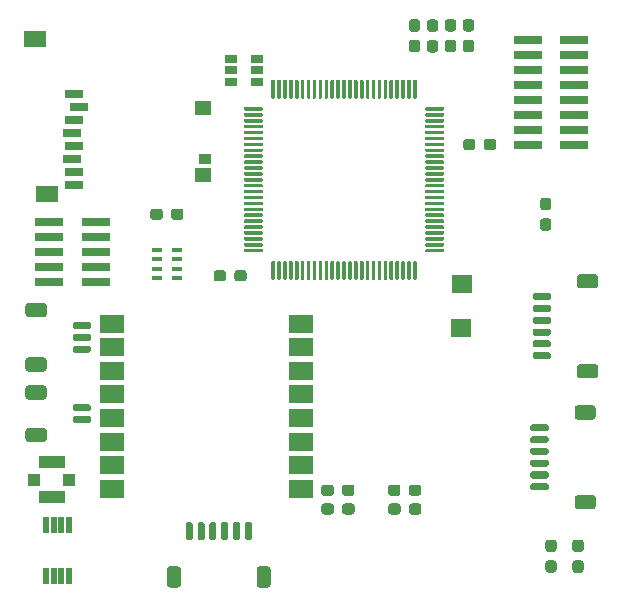
<source format=gbr>
%TF.GenerationSoftware,KiCad,Pcbnew,(5.1.6)-1*%
%TF.CreationDate,2020-12-16T03:56:45+01:00*%
%TF.ProjectId,CanSat,43616e53-6174-42e6-9b69-6361645f7063,V1.0*%
%TF.SameCoordinates,Original*%
%TF.FileFunction,Paste,Bot*%
%TF.FilePolarity,Positive*%
%FSLAX46Y46*%
G04 Gerber Fmt 4.6, Leading zero omitted, Abs format (unit mm)*
G04 Created by KiCad (PCBNEW (5.1.6)-1) date 2020-12-16 03:56:45*
%MOMM*%
%LPD*%
G01*
G04 APERTURE LIST*
%ADD10R,0.470000X1.420000*%
%ADD11R,0.900000X0.400000*%
%ADD12R,1.000000X1.000000*%
%ADD13R,2.200000X1.050000*%
%ADD14R,2.000000X1.500000*%
%ADD15R,1.500000X0.800000*%
%ADD16R,1.900000X1.400000*%
%ADD17R,1.400000X1.300000*%
%ADD18R,1.000000X0.950000*%
%ADD19R,2.400000X0.740000*%
%ADD20R,1.060000X0.650000*%
%ADD21R,1.800000X1.500000*%
G04 APERTURE END LIST*
D10*
%TO.C,U2*%
X187620000Y-78994000D03*
X188270000Y-78994000D03*
X188920000Y-78994000D03*
X189570000Y-78994000D03*
X189570000Y-83324000D03*
X188920000Y-83324000D03*
X188270000Y-83324000D03*
X187620000Y-83324000D03*
%TD*%
D11*
%TO.C,RN3*%
X197016000Y-58096000D03*
X197016000Y-57296000D03*
X197016000Y-56496000D03*
X197016000Y-55696000D03*
X198716000Y-58096000D03*
X198716000Y-55696000D03*
X198716000Y-57296000D03*
X198716000Y-56496000D03*
%TD*%
D12*
%TO.C,J9*%
X189587000Y-75184000D03*
X186587000Y-75184000D03*
D13*
X188087000Y-76659000D03*
X188087000Y-73709000D03*
%TD*%
D14*
%TO.C,U1*%
X193231500Y-75961000D03*
X193231500Y-73961000D03*
X193231500Y-71961000D03*
X193231500Y-69961000D03*
X193231500Y-67961000D03*
X193231500Y-65961000D03*
X193231500Y-63961000D03*
X193231500Y-61961000D03*
X209231500Y-61961000D03*
X209231500Y-63961000D03*
X209231500Y-65961000D03*
X209231500Y-67961000D03*
X209231500Y-69961000D03*
X209231500Y-71961000D03*
X209231500Y-73961000D03*
X209231500Y-75961000D03*
%TD*%
D15*
%TO.C,J14*%
X190015000Y-42510000D03*
X190415000Y-43610000D03*
X190015000Y-44710000D03*
X189815000Y-45810000D03*
X190015000Y-46910000D03*
X189815000Y-48010000D03*
X190015000Y-49110000D03*
D16*
X186725000Y-37850000D03*
D17*
X200875000Y-43700000D03*
D18*
X201075000Y-48010000D03*
D17*
X200875000Y-49400000D03*
D16*
X187725000Y-51000000D03*
D15*
X190015000Y-50210000D03*
%TD*%
%TO.C,C6*%
G36*
G01*
X202864000Y-57674500D02*
X202864000Y-58149500D01*
G75*
G02*
X202626500Y-58387000I-237500J0D01*
G01*
X202051500Y-58387000D01*
G75*
G02*
X201814000Y-58149500I0J237500D01*
G01*
X201814000Y-57674500D01*
G75*
G02*
X202051500Y-57437000I237500J0D01*
G01*
X202626500Y-57437000D01*
G75*
G02*
X202864000Y-57674500I0J-237500D01*
G01*
G37*
G36*
G01*
X204614000Y-57674500D02*
X204614000Y-58149500D01*
G75*
G02*
X204376500Y-58387000I-237500J0D01*
G01*
X203801500Y-58387000D01*
G75*
G02*
X203564000Y-58149500I0J237500D01*
G01*
X203564000Y-57674500D01*
G75*
G02*
X203801500Y-57437000I237500J0D01*
G01*
X204376500Y-57437000D01*
G75*
G02*
X204614000Y-57674500I0J-237500D01*
G01*
G37*
%TD*%
%TO.C,C12*%
G36*
G01*
X198202000Y-52942500D02*
X198202000Y-52467500D01*
G75*
G02*
X198439500Y-52230000I237500J0D01*
G01*
X199014500Y-52230000D01*
G75*
G02*
X199252000Y-52467500I0J-237500D01*
G01*
X199252000Y-52942500D01*
G75*
G02*
X199014500Y-53180000I-237500J0D01*
G01*
X198439500Y-53180000D01*
G75*
G02*
X198202000Y-52942500I0J237500D01*
G01*
G37*
G36*
G01*
X196452000Y-52942500D02*
X196452000Y-52467500D01*
G75*
G02*
X196689500Y-52230000I237500J0D01*
G01*
X197264500Y-52230000D01*
G75*
G02*
X197502000Y-52467500I0J-237500D01*
G01*
X197502000Y-52942500D01*
G75*
G02*
X197264500Y-53180000I-237500J0D01*
G01*
X196689500Y-53180000D01*
G75*
G02*
X196452000Y-52942500I0J237500D01*
G01*
G37*
%TD*%
%TO.C,D1*%
G36*
G01*
X219381500Y-75835500D02*
X219381500Y-76310500D01*
G75*
G02*
X219144000Y-76548000I-237500J0D01*
G01*
X218569000Y-76548000D01*
G75*
G02*
X218331500Y-76310500I0J237500D01*
G01*
X218331500Y-75835500D01*
G75*
G02*
X218569000Y-75598000I237500J0D01*
G01*
X219144000Y-75598000D01*
G75*
G02*
X219381500Y-75835500I0J-237500D01*
G01*
G37*
G36*
G01*
X217631500Y-75835500D02*
X217631500Y-76310500D01*
G75*
G02*
X217394000Y-76548000I-237500J0D01*
G01*
X216819000Y-76548000D01*
G75*
G02*
X216581500Y-76310500I0J237500D01*
G01*
X216581500Y-75835500D01*
G75*
G02*
X216819000Y-75598000I237500J0D01*
G01*
X217394000Y-75598000D01*
G75*
G02*
X217631500Y-75835500I0J-237500D01*
G01*
G37*
%TD*%
%TO.C,D2*%
G36*
G01*
X212680000Y-76310500D02*
X212680000Y-75835500D01*
G75*
G02*
X212917500Y-75598000I237500J0D01*
G01*
X213492500Y-75598000D01*
G75*
G02*
X213730000Y-75835500I0J-237500D01*
G01*
X213730000Y-76310500D01*
G75*
G02*
X213492500Y-76548000I-237500J0D01*
G01*
X212917500Y-76548000D01*
G75*
G02*
X212680000Y-76310500I0J237500D01*
G01*
G37*
G36*
G01*
X210930000Y-76310500D02*
X210930000Y-75835500D01*
G75*
G02*
X211167500Y-75598000I237500J0D01*
G01*
X211742500Y-75598000D01*
G75*
G02*
X211980000Y-75835500I0J-237500D01*
G01*
X211980000Y-76310500D01*
G75*
G02*
X211742500Y-76548000I-237500J0D01*
G01*
X211167500Y-76548000D01*
G75*
G02*
X210930000Y-76310500I0J237500D01*
G01*
G37*
%TD*%
%TO.C,D3*%
G36*
G01*
X219058500Y-37242000D02*
X218583500Y-37242000D01*
G75*
G02*
X218346000Y-37004500I0J237500D01*
G01*
X218346000Y-36429500D01*
G75*
G02*
X218583500Y-36192000I237500J0D01*
G01*
X219058500Y-36192000D01*
G75*
G02*
X219296000Y-36429500I0J-237500D01*
G01*
X219296000Y-37004500D01*
G75*
G02*
X219058500Y-37242000I-237500J0D01*
G01*
G37*
G36*
G01*
X219058500Y-38992000D02*
X218583500Y-38992000D01*
G75*
G02*
X218346000Y-38754500I0J237500D01*
G01*
X218346000Y-38179500D01*
G75*
G02*
X218583500Y-37942000I237500J0D01*
G01*
X219058500Y-37942000D01*
G75*
G02*
X219296000Y-38179500I0J-237500D01*
G01*
X219296000Y-38754500D01*
G75*
G02*
X219058500Y-38992000I-237500J0D01*
G01*
G37*
%TD*%
%TO.C,D4*%
G36*
G01*
X222106500Y-38978000D02*
X221631500Y-38978000D01*
G75*
G02*
X221394000Y-38740500I0J237500D01*
G01*
X221394000Y-38165500D01*
G75*
G02*
X221631500Y-37928000I237500J0D01*
G01*
X222106500Y-37928000D01*
G75*
G02*
X222344000Y-38165500I0J-237500D01*
G01*
X222344000Y-38740500D01*
G75*
G02*
X222106500Y-38978000I-237500J0D01*
G01*
G37*
G36*
G01*
X222106500Y-37228000D02*
X221631500Y-37228000D01*
G75*
G02*
X221394000Y-36990500I0J237500D01*
G01*
X221394000Y-36415500D01*
G75*
G02*
X221631500Y-36178000I237500J0D01*
G01*
X222106500Y-36178000D01*
G75*
G02*
X222344000Y-36415500I0J-237500D01*
G01*
X222344000Y-36990500D01*
G75*
G02*
X222106500Y-37228000I-237500J0D01*
G01*
G37*
%TD*%
D19*
%TO.C,J5*%
X232328000Y-37973000D03*
X228428000Y-37973000D03*
X232328000Y-39243000D03*
X228428000Y-39243000D03*
X232328000Y-40513000D03*
X228428000Y-40513000D03*
X232328000Y-41783000D03*
X228428000Y-41783000D03*
X232328000Y-43053000D03*
X228428000Y-43053000D03*
X232328000Y-44323000D03*
X228428000Y-44323000D03*
X232328000Y-45593000D03*
X228428000Y-45593000D03*
X232328000Y-46863000D03*
X228428000Y-46863000D03*
%TD*%
%TO.C,J13*%
X191815000Y-53340000D03*
X187915000Y-53340000D03*
X191815000Y-54610000D03*
X187915000Y-54610000D03*
X191815000Y-55880000D03*
X187915000Y-55880000D03*
X191815000Y-57150000D03*
X187915000Y-57150000D03*
X191815000Y-58420000D03*
X187915000Y-58420000D03*
%TD*%
%TO.C,R10*%
G36*
G01*
X230171000Y-54105000D02*
X229696000Y-54105000D01*
G75*
G02*
X229458500Y-53867500I0J237500D01*
G01*
X229458500Y-53292500D01*
G75*
G02*
X229696000Y-53055000I237500J0D01*
G01*
X230171000Y-53055000D01*
G75*
G02*
X230408500Y-53292500I0J-237500D01*
G01*
X230408500Y-53867500D01*
G75*
G02*
X230171000Y-54105000I-237500J0D01*
G01*
G37*
G36*
G01*
X230171000Y-52355000D02*
X229696000Y-52355000D01*
G75*
G02*
X229458500Y-52117500I0J237500D01*
G01*
X229458500Y-51542500D01*
G75*
G02*
X229696000Y-51305000I237500J0D01*
G01*
X230171000Y-51305000D01*
G75*
G02*
X230408500Y-51542500I0J-237500D01*
G01*
X230408500Y-52117500D01*
G75*
G02*
X230171000Y-52355000I-237500J0D01*
G01*
G37*
%TD*%
%TO.C,R11*%
G36*
G01*
X216595500Y-77898000D02*
X216595500Y-77423000D01*
G75*
G02*
X216833000Y-77185500I237500J0D01*
G01*
X217408000Y-77185500D01*
G75*
G02*
X217645500Y-77423000I0J-237500D01*
G01*
X217645500Y-77898000D01*
G75*
G02*
X217408000Y-78135500I-237500J0D01*
G01*
X216833000Y-78135500D01*
G75*
G02*
X216595500Y-77898000I0J237500D01*
G01*
G37*
G36*
G01*
X218345500Y-77898000D02*
X218345500Y-77423000D01*
G75*
G02*
X218583000Y-77185500I237500J0D01*
G01*
X219158000Y-77185500D01*
G75*
G02*
X219395500Y-77423000I0J-237500D01*
G01*
X219395500Y-77898000D01*
G75*
G02*
X219158000Y-78135500I-237500J0D01*
G01*
X218583000Y-78135500D01*
G75*
G02*
X218345500Y-77898000I0J237500D01*
G01*
G37*
%TD*%
%TO.C,R12*%
G36*
G01*
X211994000Y-77423000D02*
X211994000Y-77898000D01*
G75*
G02*
X211756500Y-78135500I-237500J0D01*
G01*
X211181500Y-78135500D01*
G75*
G02*
X210944000Y-77898000I0J237500D01*
G01*
X210944000Y-77423000D01*
G75*
G02*
X211181500Y-77185500I237500J0D01*
G01*
X211756500Y-77185500D01*
G75*
G02*
X211994000Y-77423000I0J-237500D01*
G01*
G37*
G36*
G01*
X213744000Y-77423000D02*
X213744000Y-77898000D01*
G75*
G02*
X213506500Y-78135500I-237500J0D01*
G01*
X212931500Y-78135500D01*
G75*
G02*
X212694000Y-77898000I0J237500D01*
G01*
X212694000Y-77423000D01*
G75*
G02*
X212931500Y-77185500I237500J0D01*
G01*
X213506500Y-77185500D01*
G75*
G02*
X213744000Y-77423000I0J-237500D01*
G01*
G37*
%TD*%
%TO.C,R13*%
G36*
G01*
X232901500Y-83061000D02*
X232426500Y-83061000D01*
G75*
G02*
X232189000Y-82823500I0J237500D01*
G01*
X232189000Y-82248500D01*
G75*
G02*
X232426500Y-82011000I237500J0D01*
G01*
X232901500Y-82011000D01*
G75*
G02*
X233139000Y-82248500I0J-237500D01*
G01*
X233139000Y-82823500D01*
G75*
G02*
X232901500Y-83061000I-237500J0D01*
G01*
G37*
G36*
G01*
X232901500Y-81311000D02*
X232426500Y-81311000D01*
G75*
G02*
X232189000Y-81073500I0J237500D01*
G01*
X232189000Y-80498500D01*
G75*
G02*
X232426500Y-80261000I237500J0D01*
G01*
X232901500Y-80261000D01*
G75*
G02*
X233139000Y-80498500I0J-237500D01*
G01*
X233139000Y-81073500D01*
G75*
G02*
X232901500Y-81311000I-237500J0D01*
G01*
G37*
%TD*%
%TO.C,R14*%
G36*
G01*
X230615500Y-83047000D02*
X230140500Y-83047000D01*
G75*
G02*
X229903000Y-82809500I0J237500D01*
G01*
X229903000Y-82234500D01*
G75*
G02*
X230140500Y-81997000I237500J0D01*
G01*
X230615500Y-81997000D01*
G75*
G02*
X230853000Y-82234500I0J-237500D01*
G01*
X230853000Y-82809500D01*
G75*
G02*
X230615500Y-83047000I-237500J0D01*
G01*
G37*
G36*
G01*
X230615500Y-81297000D02*
X230140500Y-81297000D01*
G75*
G02*
X229903000Y-81059500I0J237500D01*
G01*
X229903000Y-80484500D01*
G75*
G02*
X230140500Y-80247000I237500J0D01*
G01*
X230615500Y-80247000D01*
G75*
G02*
X230853000Y-80484500I0J-237500D01*
G01*
X230853000Y-81059500D01*
G75*
G02*
X230615500Y-81297000I-237500J0D01*
G01*
G37*
%TD*%
%TO.C,R28*%
G36*
G01*
X220107500Y-36206000D02*
X220582500Y-36206000D01*
G75*
G02*
X220820000Y-36443500I0J-237500D01*
G01*
X220820000Y-37018500D01*
G75*
G02*
X220582500Y-37256000I-237500J0D01*
G01*
X220107500Y-37256000D01*
G75*
G02*
X219870000Y-37018500I0J237500D01*
G01*
X219870000Y-36443500D01*
G75*
G02*
X220107500Y-36206000I237500J0D01*
G01*
G37*
G36*
G01*
X220107500Y-37956000D02*
X220582500Y-37956000D01*
G75*
G02*
X220820000Y-38193500I0J-237500D01*
G01*
X220820000Y-38768500D01*
G75*
G02*
X220582500Y-39006000I-237500J0D01*
G01*
X220107500Y-39006000D01*
G75*
G02*
X219870000Y-38768500I0J237500D01*
G01*
X219870000Y-38193500D01*
G75*
G02*
X220107500Y-37956000I237500J0D01*
G01*
G37*
%TD*%
%TO.C,R29*%
G36*
G01*
X223155500Y-36178000D02*
X223630500Y-36178000D01*
G75*
G02*
X223868000Y-36415500I0J-237500D01*
G01*
X223868000Y-36990500D01*
G75*
G02*
X223630500Y-37228000I-237500J0D01*
G01*
X223155500Y-37228000D01*
G75*
G02*
X222918000Y-36990500I0J237500D01*
G01*
X222918000Y-36415500D01*
G75*
G02*
X223155500Y-36178000I237500J0D01*
G01*
G37*
G36*
G01*
X223155500Y-37928000D02*
X223630500Y-37928000D01*
G75*
G02*
X223868000Y-38165500I0J-237500D01*
G01*
X223868000Y-38740500D01*
G75*
G02*
X223630500Y-38978000I-237500J0D01*
G01*
X223155500Y-38978000D01*
G75*
G02*
X222918000Y-38740500I0J237500D01*
G01*
X222918000Y-38165500D01*
G75*
G02*
X223155500Y-37928000I237500J0D01*
G01*
G37*
%TD*%
%TO.C,R30*%
G36*
G01*
X222931500Y-47037000D02*
X222931500Y-46562000D01*
G75*
G02*
X223169000Y-46324500I237500J0D01*
G01*
X223744000Y-46324500D01*
G75*
G02*
X223981500Y-46562000I0J-237500D01*
G01*
X223981500Y-47037000D01*
G75*
G02*
X223744000Y-47274500I-237500J0D01*
G01*
X223169000Y-47274500D01*
G75*
G02*
X222931500Y-47037000I0J237500D01*
G01*
G37*
G36*
G01*
X224681500Y-47037000D02*
X224681500Y-46562000D01*
G75*
G02*
X224919000Y-46324500I237500J0D01*
G01*
X225494000Y-46324500D01*
G75*
G02*
X225731500Y-46562000I0J-237500D01*
G01*
X225731500Y-47037000D01*
G75*
G02*
X225494000Y-47274500I-237500J0D01*
G01*
X224919000Y-47274500D01*
G75*
G02*
X224681500Y-47037000I0J237500D01*
G01*
G37*
%TD*%
%TO.C,U3*%
G36*
G01*
X219002000Y-41384000D02*
X219002000Y-42834000D01*
G75*
G02*
X218927000Y-42909000I-75000J0D01*
G01*
X218777000Y-42909000D01*
G75*
G02*
X218702000Y-42834000I0J75000D01*
G01*
X218702000Y-41384000D01*
G75*
G02*
X218777000Y-41309000I75000J0D01*
G01*
X218927000Y-41309000D01*
G75*
G02*
X219002000Y-41384000I0J-75000D01*
G01*
G37*
G36*
G01*
X218502000Y-41384000D02*
X218502000Y-42834000D01*
G75*
G02*
X218427000Y-42909000I-75000J0D01*
G01*
X218277000Y-42909000D01*
G75*
G02*
X218202000Y-42834000I0J75000D01*
G01*
X218202000Y-41384000D01*
G75*
G02*
X218277000Y-41309000I75000J0D01*
G01*
X218427000Y-41309000D01*
G75*
G02*
X218502000Y-41384000I0J-75000D01*
G01*
G37*
G36*
G01*
X218002000Y-41384000D02*
X218002000Y-42834000D01*
G75*
G02*
X217927000Y-42909000I-75000J0D01*
G01*
X217777000Y-42909000D01*
G75*
G02*
X217702000Y-42834000I0J75000D01*
G01*
X217702000Y-41384000D01*
G75*
G02*
X217777000Y-41309000I75000J0D01*
G01*
X217927000Y-41309000D01*
G75*
G02*
X218002000Y-41384000I0J-75000D01*
G01*
G37*
G36*
G01*
X217502000Y-41384000D02*
X217502000Y-42834000D01*
G75*
G02*
X217427000Y-42909000I-75000J0D01*
G01*
X217277000Y-42909000D01*
G75*
G02*
X217202000Y-42834000I0J75000D01*
G01*
X217202000Y-41384000D01*
G75*
G02*
X217277000Y-41309000I75000J0D01*
G01*
X217427000Y-41309000D01*
G75*
G02*
X217502000Y-41384000I0J-75000D01*
G01*
G37*
G36*
G01*
X217002000Y-41384000D02*
X217002000Y-42834000D01*
G75*
G02*
X216927000Y-42909000I-75000J0D01*
G01*
X216777000Y-42909000D01*
G75*
G02*
X216702000Y-42834000I0J75000D01*
G01*
X216702000Y-41384000D01*
G75*
G02*
X216777000Y-41309000I75000J0D01*
G01*
X216927000Y-41309000D01*
G75*
G02*
X217002000Y-41384000I0J-75000D01*
G01*
G37*
G36*
G01*
X216502000Y-41384000D02*
X216502000Y-42834000D01*
G75*
G02*
X216427000Y-42909000I-75000J0D01*
G01*
X216277000Y-42909000D01*
G75*
G02*
X216202000Y-42834000I0J75000D01*
G01*
X216202000Y-41384000D01*
G75*
G02*
X216277000Y-41309000I75000J0D01*
G01*
X216427000Y-41309000D01*
G75*
G02*
X216502000Y-41384000I0J-75000D01*
G01*
G37*
G36*
G01*
X216002000Y-41384000D02*
X216002000Y-42834000D01*
G75*
G02*
X215927000Y-42909000I-75000J0D01*
G01*
X215777000Y-42909000D01*
G75*
G02*
X215702000Y-42834000I0J75000D01*
G01*
X215702000Y-41384000D01*
G75*
G02*
X215777000Y-41309000I75000J0D01*
G01*
X215927000Y-41309000D01*
G75*
G02*
X216002000Y-41384000I0J-75000D01*
G01*
G37*
G36*
G01*
X215502000Y-41384000D02*
X215502000Y-42834000D01*
G75*
G02*
X215427000Y-42909000I-75000J0D01*
G01*
X215277000Y-42909000D01*
G75*
G02*
X215202000Y-42834000I0J75000D01*
G01*
X215202000Y-41384000D01*
G75*
G02*
X215277000Y-41309000I75000J0D01*
G01*
X215427000Y-41309000D01*
G75*
G02*
X215502000Y-41384000I0J-75000D01*
G01*
G37*
G36*
G01*
X215002000Y-41384000D02*
X215002000Y-42834000D01*
G75*
G02*
X214927000Y-42909000I-75000J0D01*
G01*
X214777000Y-42909000D01*
G75*
G02*
X214702000Y-42834000I0J75000D01*
G01*
X214702000Y-41384000D01*
G75*
G02*
X214777000Y-41309000I75000J0D01*
G01*
X214927000Y-41309000D01*
G75*
G02*
X215002000Y-41384000I0J-75000D01*
G01*
G37*
G36*
G01*
X214502000Y-41384000D02*
X214502000Y-42834000D01*
G75*
G02*
X214427000Y-42909000I-75000J0D01*
G01*
X214277000Y-42909000D01*
G75*
G02*
X214202000Y-42834000I0J75000D01*
G01*
X214202000Y-41384000D01*
G75*
G02*
X214277000Y-41309000I75000J0D01*
G01*
X214427000Y-41309000D01*
G75*
G02*
X214502000Y-41384000I0J-75000D01*
G01*
G37*
G36*
G01*
X214002000Y-41384000D02*
X214002000Y-42834000D01*
G75*
G02*
X213927000Y-42909000I-75000J0D01*
G01*
X213777000Y-42909000D01*
G75*
G02*
X213702000Y-42834000I0J75000D01*
G01*
X213702000Y-41384000D01*
G75*
G02*
X213777000Y-41309000I75000J0D01*
G01*
X213927000Y-41309000D01*
G75*
G02*
X214002000Y-41384000I0J-75000D01*
G01*
G37*
G36*
G01*
X213502000Y-41384000D02*
X213502000Y-42834000D01*
G75*
G02*
X213427000Y-42909000I-75000J0D01*
G01*
X213277000Y-42909000D01*
G75*
G02*
X213202000Y-42834000I0J75000D01*
G01*
X213202000Y-41384000D01*
G75*
G02*
X213277000Y-41309000I75000J0D01*
G01*
X213427000Y-41309000D01*
G75*
G02*
X213502000Y-41384000I0J-75000D01*
G01*
G37*
G36*
G01*
X213002000Y-41384000D02*
X213002000Y-42834000D01*
G75*
G02*
X212927000Y-42909000I-75000J0D01*
G01*
X212777000Y-42909000D01*
G75*
G02*
X212702000Y-42834000I0J75000D01*
G01*
X212702000Y-41384000D01*
G75*
G02*
X212777000Y-41309000I75000J0D01*
G01*
X212927000Y-41309000D01*
G75*
G02*
X213002000Y-41384000I0J-75000D01*
G01*
G37*
G36*
G01*
X212502000Y-41384000D02*
X212502000Y-42834000D01*
G75*
G02*
X212427000Y-42909000I-75000J0D01*
G01*
X212277000Y-42909000D01*
G75*
G02*
X212202000Y-42834000I0J75000D01*
G01*
X212202000Y-41384000D01*
G75*
G02*
X212277000Y-41309000I75000J0D01*
G01*
X212427000Y-41309000D01*
G75*
G02*
X212502000Y-41384000I0J-75000D01*
G01*
G37*
G36*
G01*
X212002000Y-41384000D02*
X212002000Y-42834000D01*
G75*
G02*
X211927000Y-42909000I-75000J0D01*
G01*
X211777000Y-42909000D01*
G75*
G02*
X211702000Y-42834000I0J75000D01*
G01*
X211702000Y-41384000D01*
G75*
G02*
X211777000Y-41309000I75000J0D01*
G01*
X211927000Y-41309000D01*
G75*
G02*
X212002000Y-41384000I0J-75000D01*
G01*
G37*
G36*
G01*
X211502000Y-41384000D02*
X211502000Y-42834000D01*
G75*
G02*
X211427000Y-42909000I-75000J0D01*
G01*
X211277000Y-42909000D01*
G75*
G02*
X211202000Y-42834000I0J75000D01*
G01*
X211202000Y-41384000D01*
G75*
G02*
X211277000Y-41309000I75000J0D01*
G01*
X211427000Y-41309000D01*
G75*
G02*
X211502000Y-41384000I0J-75000D01*
G01*
G37*
G36*
G01*
X211002000Y-41384000D02*
X211002000Y-42834000D01*
G75*
G02*
X210927000Y-42909000I-75000J0D01*
G01*
X210777000Y-42909000D01*
G75*
G02*
X210702000Y-42834000I0J75000D01*
G01*
X210702000Y-41384000D01*
G75*
G02*
X210777000Y-41309000I75000J0D01*
G01*
X210927000Y-41309000D01*
G75*
G02*
X211002000Y-41384000I0J-75000D01*
G01*
G37*
G36*
G01*
X210502000Y-41384000D02*
X210502000Y-42834000D01*
G75*
G02*
X210427000Y-42909000I-75000J0D01*
G01*
X210277000Y-42909000D01*
G75*
G02*
X210202000Y-42834000I0J75000D01*
G01*
X210202000Y-41384000D01*
G75*
G02*
X210277000Y-41309000I75000J0D01*
G01*
X210427000Y-41309000D01*
G75*
G02*
X210502000Y-41384000I0J-75000D01*
G01*
G37*
G36*
G01*
X210002000Y-41384000D02*
X210002000Y-42834000D01*
G75*
G02*
X209927000Y-42909000I-75000J0D01*
G01*
X209777000Y-42909000D01*
G75*
G02*
X209702000Y-42834000I0J75000D01*
G01*
X209702000Y-41384000D01*
G75*
G02*
X209777000Y-41309000I75000J0D01*
G01*
X209927000Y-41309000D01*
G75*
G02*
X210002000Y-41384000I0J-75000D01*
G01*
G37*
G36*
G01*
X209502000Y-41384000D02*
X209502000Y-42834000D01*
G75*
G02*
X209427000Y-42909000I-75000J0D01*
G01*
X209277000Y-42909000D01*
G75*
G02*
X209202000Y-42834000I0J75000D01*
G01*
X209202000Y-41384000D01*
G75*
G02*
X209277000Y-41309000I75000J0D01*
G01*
X209427000Y-41309000D01*
G75*
G02*
X209502000Y-41384000I0J-75000D01*
G01*
G37*
G36*
G01*
X209002000Y-41384000D02*
X209002000Y-42834000D01*
G75*
G02*
X208927000Y-42909000I-75000J0D01*
G01*
X208777000Y-42909000D01*
G75*
G02*
X208702000Y-42834000I0J75000D01*
G01*
X208702000Y-41384000D01*
G75*
G02*
X208777000Y-41309000I75000J0D01*
G01*
X208927000Y-41309000D01*
G75*
G02*
X209002000Y-41384000I0J-75000D01*
G01*
G37*
G36*
G01*
X208502000Y-41384000D02*
X208502000Y-42834000D01*
G75*
G02*
X208427000Y-42909000I-75000J0D01*
G01*
X208277000Y-42909000D01*
G75*
G02*
X208202000Y-42834000I0J75000D01*
G01*
X208202000Y-41384000D01*
G75*
G02*
X208277000Y-41309000I75000J0D01*
G01*
X208427000Y-41309000D01*
G75*
G02*
X208502000Y-41384000I0J-75000D01*
G01*
G37*
G36*
G01*
X208002000Y-41384000D02*
X208002000Y-42834000D01*
G75*
G02*
X207927000Y-42909000I-75000J0D01*
G01*
X207777000Y-42909000D01*
G75*
G02*
X207702000Y-42834000I0J75000D01*
G01*
X207702000Y-41384000D01*
G75*
G02*
X207777000Y-41309000I75000J0D01*
G01*
X207927000Y-41309000D01*
G75*
G02*
X208002000Y-41384000I0J-75000D01*
G01*
G37*
G36*
G01*
X207502000Y-41384000D02*
X207502000Y-42834000D01*
G75*
G02*
X207427000Y-42909000I-75000J0D01*
G01*
X207277000Y-42909000D01*
G75*
G02*
X207202000Y-42834000I0J75000D01*
G01*
X207202000Y-41384000D01*
G75*
G02*
X207277000Y-41309000I75000J0D01*
G01*
X207427000Y-41309000D01*
G75*
G02*
X207502000Y-41384000I0J-75000D01*
G01*
G37*
G36*
G01*
X207002000Y-41384000D02*
X207002000Y-42834000D01*
G75*
G02*
X206927000Y-42909000I-75000J0D01*
G01*
X206777000Y-42909000D01*
G75*
G02*
X206702000Y-42834000I0J75000D01*
G01*
X206702000Y-41384000D01*
G75*
G02*
X206777000Y-41309000I75000J0D01*
G01*
X206927000Y-41309000D01*
G75*
G02*
X207002000Y-41384000I0J-75000D01*
G01*
G37*
G36*
G01*
X205977000Y-43709000D02*
X205977000Y-43859000D01*
G75*
G02*
X205902000Y-43934000I-75000J0D01*
G01*
X204452000Y-43934000D01*
G75*
G02*
X204377000Y-43859000I0J75000D01*
G01*
X204377000Y-43709000D01*
G75*
G02*
X204452000Y-43634000I75000J0D01*
G01*
X205902000Y-43634000D01*
G75*
G02*
X205977000Y-43709000I0J-75000D01*
G01*
G37*
G36*
G01*
X205977000Y-44209000D02*
X205977000Y-44359000D01*
G75*
G02*
X205902000Y-44434000I-75000J0D01*
G01*
X204452000Y-44434000D01*
G75*
G02*
X204377000Y-44359000I0J75000D01*
G01*
X204377000Y-44209000D01*
G75*
G02*
X204452000Y-44134000I75000J0D01*
G01*
X205902000Y-44134000D01*
G75*
G02*
X205977000Y-44209000I0J-75000D01*
G01*
G37*
G36*
G01*
X205977000Y-44709000D02*
X205977000Y-44859000D01*
G75*
G02*
X205902000Y-44934000I-75000J0D01*
G01*
X204452000Y-44934000D01*
G75*
G02*
X204377000Y-44859000I0J75000D01*
G01*
X204377000Y-44709000D01*
G75*
G02*
X204452000Y-44634000I75000J0D01*
G01*
X205902000Y-44634000D01*
G75*
G02*
X205977000Y-44709000I0J-75000D01*
G01*
G37*
G36*
G01*
X205977000Y-45209000D02*
X205977000Y-45359000D01*
G75*
G02*
X205902000Y-45434000I-75000J0D01*
G01*
X204452000Y-45434000D01*
G75*
G02*
X204377000Y-45359000I0J75000D01*
G01*
X204377000Y-45209000D01*
G75*
G02*
X204452000Y-45134000I75000J0D01*
G01*
X205902000Y-45134000D01*
G75*
G02*
X205977000Y-45209000I0J-75000D01*
G01*
G37*
G36*
G01*
X205977000Y-45709000D02*
X205977000Y-45859000D01*
G75*
G02*
X205902000Y-45934000I-75000J0D01*
G01*
X204452000Y-45934000D01*
G75*
G02*
X204377000Y-45859000I0J75000D01*
G01*
X204377000Y-45709000D01*
G75*
G02*
X204452000Y-45634000I75000J0D01*
G01*
X205902000Y-45634000D01*
G75*
G02*
X205977000Y-45709000I0J-75000D01*
G01*
G37*
G36*
G01*
X205977000Y-46209000D02*
X205977000Y-46359000D01*
G75*
G02*
X205902000Y-46434000I-75000J0D01*
G01*
X204452000Y-46434000D01*
G75*
G02*
X204377000Y-46359000I0J75000D01*
G01*
X204377000Y-46209000D01*
G75*
G02*
X204452000Y-46134000I75000J0D01*
G01*
X205902000Y-46134000D01*
G75*
G02*
X205977000Y-46209000I0J-75000D01*
G01*
G37*
G36*
G01*
X205977000Y-46709000D02*
X205977000Y-46859000D01*
G75*
G02*
X205902000Y-46934000I-75000J0D01*
G01*
X204452000Y-46934000D01*
G75*
G02*
X204377000Y-46859000I0J75000D01*
G01*
X204377000Y-46709000D01*
G75*
G02*
X204452000Y-46634000I75000J0D01*
G01*
X205902000Y-46634000D01*
G75*
G02*
X205977000Y-46709000I0J-75000D01*
G01*
G37*
G36*
G01*
X205977000Y-47209000D02*
X205977000Y-47359000D01*
G75*
G02*
X205902000Y-47434000I-75000J0D01*
G01*
X204452000Y-47434000D01*
G75*
G02*
X204377000Y-47359000I0J75000D01*
G01*
X204377000Y-47209000D01*
G75*
G02*
X204452000Y-47134000I75000J0D01*
G01*
X205902000Y-47134000D01*
G75*
G02*
X205977000Y-47209000I0J-75000D01*
G01*
G37*
G36*
G01*
X205977000Y-47709000D02*
X205977000Y-47859000D01*
G75*
G02*
X205902000Y-47934000I-75000J0D01*
G01*
X204452000Y-47934000D01*
G75*
G02*
X204377000Y-47859000I0J75000D01*
G01*
X204377000Y-47709000D01*
G75*
G02*
X204452000Y-47634000I75000J0D01*
G01*
X205902000Y-47634000D01*
G75*
G02*
X205977000Y-47709000I0J-75000D01*
G01*
G37*
G36*
G01*
X205977000Y-48209000D02*
X205977000Y-48359000D01*
G75*
G02*
X205902000Y-48434000I-75000J0D01*
G01*
X204452000Y-48434000D01*
G75*
G02*
X204377000Y-48359000I0J75000D01*
G01*
X204377000Y-48209000D01*
G75*
G02*
X204452000Y-48134000I75000J0D01*
G01*
X205902000Y-48134000D01*
G75*
G02*
X205977000Y-48209000I0J-75000D01*
G01*
G37*
G36*
G01*
X205977000Y-48709000D02*
X205977000Y-48859000D01*
G75*
G02*
X205902000Y-48934000I-75000J0D01*
G01*
X204452000Y-48934000D01*
G75*
G02*
X204377000Y-48859000I0J75000D01*
G01*
X204377000Y-48709000D01*
G75*
G02*
X204452000Y-48634000I75000J0D01*
G01*
X205902000Y-48634000D01*
G75*
G02*
X205977000Y-48709000I0J-75000D01*
G01*
G37*
G36*
G01*
X205977000Y-49209000D02*
X205977000Y-49359000D01*
G75*
G02*
X205902000Y-49434000I-75000J0D01*
G01*
X204452000Y-49434000D01*
G75*
G02*
X204377000Y-49359000I0J75000D01*
G01*
X204377000Y-49209000D01*
G75*
G02*
X204452000Y-49134000I75000J0D01*
G01*
X205902000Y-49134000D01*
G75*
G02*
X205977000Y-49209000I0J-75000D01*
G01*
G37*
G36*
G01*
X205977000Y-49709000D02*
X205977000Y-49859000D01*
G75*
G02*
X205902000Y-49934000I-75000J0D01*
G01*
X204452000Y-49934000D01*
G75*
G02*
X204377000Y-49859000I0J75000D01*
G01*
X204377000Y-49709000D01*
G75*
G02*
X204452000Y-49634000I75000J0D01*
G01*
X205902000Y-49634000D01*
G75*
G02*
X205977000Y-49709000I0J-75000D01*
G01*
G37*
G36*
G01*
X205977000Y-50209000D02*
X205977000Y-50359000D01*
G75*
G02*
X205902000Y-50434000I-75000J0D01*
G01*
X204452000Y-50434000D01*
G75*
G02*
X204377000Y-50359000I0J75000D01*
G01*
X204377000Y-50209000D01*
G75*
G02*
X204452000Y-50134000I75000J0D01*
G01*
X205902000Y-50134000D01*
G75*
G02*
X205977000Y-50209000I0J-75000D01*
G01*
G37*
G36*
G01*
X205977000Y-50709000D02*
X205977000Y-50859000D01*
G75*
G02*
X205902000Y-50934000I-75000J0D01*
G01*
X204452000Y-50934000D01*
G75*
G02*
X204377000Y-50859000I0J75000D01*
G01*
X204377000Y-50709000D01*
G75*
G02*
X204452000Y-50634000I75000J0D01*
G01*
X205902000Y-50634000D01*
G75*
G02*
X205977000Y-50709000I0J-75000D01*
G01*
G37*
G36*
G01*
X205977000Y-51209000D02*
X205977000Y-51359000D01*
G75*
G02*
X205902000Y-51434000I-75000J0D01*
G01*
X204452000Y-51434000D01*
G75*
G02*
X204377000Y-51359000I0J75000D01*
G01*
X204377000Y-51209000D01*
G75*
G02*
X204452000Y-51134000I75000J0D01*
G01*
X205902000Y-51134000D01*
G75*
G02*
X205977000Y-51209000I0J-75000D01*
G01*
G37*
G36*
G01*
X205977000Y-51709000D02*
X205977000Y-51859000D01*
G75*
G02*
X205902000Y-51934000I-75000J0D01*
G01*
X204452000Y-51934000D01*
G75*
G02*
X204377000Y-51859000I0J75000D01*
G01*
X204377000Y-51709000D01*
G75*
G02*
X204452000Y-51634000I75000J0D01*
G01*
X205902000Y-51634000D01*
G75*
G02*
X205977000Y-51709000I0J-75000D01*
G01*
G37*
G36*
G01*
X205977000Y-52209000D02*
X205977000Y-52359000D01*
G75*
G02*
X205902000Y-52434000I-75000J0D01*
G01*
X204452000Y-52434000D01*
G75*
G02*
X204377000Y-52359000I0J75000D01*
G01*
X204377000Y-52209000D01*
G75*
G02*
X204452000Y-52134000I75000J0D01*
G01*
X205902000Y-52134000D01*
G75*
G02*
X205977000Y-52209000I0J-75000D01*
G01*
G37*
G36*
G01*
X205977000Y-52709000D02*
X205977000Y-52859000D01*
G75*
G02*
X205902000Y-52934000I-75000J0D01*
G01*
X204452000Y-52934000D01*
G75*
G02*
X204377000Y-52859000I0J75000D01*
G01*
X204377000Y-52709000D01*
G75*
G02*
X204452000Y-52634000I75000J0D01*
G01*
X205902000Y-52634000D01*
G75*
G02*
X205977000Y-52709000I0J-75000D01*
G01*
G37*
G36*
G01*
X205977000Y-53209000D02*
X205977000Y-53359000D01*
G75*
G02*
X205902000Y-53434000I-75000J0D01*
G01*
X204452000Y-53434000D01*
G75*
G02*
X204377000Y-53359000I0J75000D01*
G01*
X204377000Y-53209000D01*
G75*
G02*
X204452000Y-53134000I75000J0D01*
G01*
X205902000Y-53134000D01*
G75*
G02*
X205977000Y-53209000I0J-75000D01*
G01*
G37*
G36*
G01*
X205977000Y-53709000D02*
X205977000Y-53859000D01*
G75*
G02*
X205902000Y-53934000I-75000J0D01*
G01*
X204452000Y-53934000D01*
G75*
G02*
X204377000Y-53859000I0J75000D01*
G01*
X204377000Y-53709000D01*
G75*
G02*
X204452000Y-53634000I75000J0D01*
G01*
X205902000Y-53634000D01*
G75*
G02*
X205977000Y-53709000I0J-75000D01*
G01*
G37*
G36*
G01*
X205977000Y-54209000D02*
X205977000Y-54359000D01*
G75*
G02*
X205902000Y-54434000I-75000J0D01*
G01*
X204452000Y-54434000D01*
G75*
G02*
X204377000Y-54359000I0J75000D01*
G01*
X204377000Y-54209000D01*
G75*
G02*
X204452000Y-54134000I75000J0D01*
G01*
X205902000Y-54134000D01*
G75*
G02*
X205977000Y-54209000I0J-75000D01*
G01*
G37*
G36*
G01*
X205977000Y-54709000D02*
X205977000Y-54859000D01*
G75*
G02*
X205902000Y-54934000I-75000J0D01*
G01*
X204452000Y-54934000D01*
G75*
G02*
X204377000Y-54859000I0J75000D01*
G01*
X204377000Y-54709000D01*
G75*
G02*
X204452000Y-54634000I75000J0D01*
G01*
X205902000Y-54634000D01*
G75*
G02*
X205977000Y-54709000I0J-75000D01*
G01*
G37*
G36*
G01*
X205977000Y-55209000D02*
X205977000Y-55359000D01*
G75*
G02*
X205902000Y-55434000I-75000J0D01*
G01*
X204452000Y-55434000D01*
G75*
G02*
X204377000Y-55359000I0J75000D01*
G01*
X204377000Y-55209000D01*
G75*
G02*
X204452000Y-55134000I75000J0D01*
G01*
X205902000Y-55134000D01*
G75*
G02*
X205977000Y-55209000I0J-75000D01*
G01*
G37*
G36*
G01*
X205977000Y-55709000D02*
X205977000Y-55859000D01*
G75*
G02*
X205902000Y-55934000I-75000J0D01*
G01*
X204452000Y-55934000D01*
G75*
G02*
X204377000Y-55859000I0J75000D01*
G01*
X204377000Y-55709000D01*
G75*
G02*
X204452000Y-55634000I75000J0D01*
G01*
X205902000Y-55634000D01*
G75*
G02*
X205977000Y-55709000I0J-75000D01*
G01*
G37*
G36*
G01*
X207002000Y-56734000D02*
X207002000Y-58184000D01*
G75*
G02*
X206927000Y-58259000I-75000J0D01*
G01*
X206777000Y-58259000D01*
G75*
G02*
X206702000Y-58184000I0J75000D01*
G01*
X206702000Y-56734000D01*
G75*
G02*
X206777000Y-56659000I75000J0D01*
G01*
X206927000Y-56659000D01*
G75*
G02*
X207002000Y-56734000I0J-75000D01*
G01*
G37*
G36*
G01*
X207502000Y-56734000D02*
X207502000Y-58184000D01*
G75*
G02*
X207427000Y-58259000I-75000J0D01*
G01*
X207277000Y-58259000D01*
G75*
G02*
X207202000Y-58184000I0J75000D01*
G01*
X207202000Y-56734000D01*
G75*
G02*
X207277000Y-56659000I75000J0D01*
G01*
X207427000Y-56659000D01*
G75*
G02*
X207502000Y-56734000I0J-75000D01*
G01*
G37*
G36*
G01*
X208002000Y-56734000D02*
X208002000Y-58184000D01*
G75*
G02*
X207927000Y-58259000I-75000J0D01*
G01*
X207777000Y-58259000D01*
G75*
G02*
X207702000Y-58184000I0J75000D01*
G01*
X207702000Y-56734000D01*
G75*
G02*
X207777000Y-56659000I75000J0D01*
G01*
X207927000Y-56659000D01*
G75*
G02*
X208002000Y-56734000I0J-75000D01*
G01*
G37*
G36*
G01*
X208502000Y-56734000D02*
X208502000Y-58184000D01*
G75*
G02*
X208427000Y-58259000I-75000J0D01*
G01*
X208277000Y-58259000D01*
G75*
G02*
X208202000Y-58184000I0J75000D01*
G01*
X208202000Y-56734000D01*
G75*
G02*
X208277000Y-56659000I75000J0D01*
G01*
X208427000Y-56659000D01*
G75*
G02*
X208502000Y-56734000I0J-75000D01*
G01*
G37*
G36*
G01*
X209002000Y-56734000D02*
X209002000Y-58184000D01*
G75*
G02*
X208927000Y-58259000I-75000J0D01*
G01*
X208777000Y-58259000D01*
G75*
G02*
X208702000Y-58184000I0J75000D01*
G01*
X208702000Y-56734000D01*
G75*
G02*
X208777000Y-56659000I75000J0D01*
G01*
X208927000Y-56659000D01*
G75*
G02*
X209002000Y-56734000I0J-75000D01*
G01*
G37*
G36*
G01*
X209502000Y-56734000D02*
X209502000Y-58184000D01*
G75*
G02*
X209427000Y-58259000I-75000J0D01*
G01*
X209277000Y-58259000D01*
G75*
G02*
X209202000Y-58184000I0J75000D01*
G01*
X209202000Y-56734000D01*
G75*
G02*
X209277000Y-56659000I75000J0D01*
G01*
X209427000Y-56659000D01*
G75*
G02*
X209502000Y-56734000I0J-75000D01*
G01*
G37*
G36*
G01*
X210002000Y-56734000D02*
X210002000Y-58184000D01*
G75*
G02*
X209927000Y-58259000I-75000J0D01*
G01*
X209777000Y-58259000D01*
G75*
G02*
X209702000Y-58184000I0J75000D01*
G01*
X209702000Y-56734000D01*
G75*
G02*
X209777000Y-56659000I75000J0D01*
G01*
X209927000Y-56659000D01*
G75*
G02*
X210002000Y-56734000I0J-75000D01*
G01*
G37*
G36*
G01*
X210502000Y-56734000D02*
X210502000Y-58184000D01*
G75*
G02*
X210427000Y-58259000I-75000J0D01*
G01*
X210277000Y-58259000D01*
G75*
G02*
X210202000Y-58184000I0J75000D01*
G01*
X210202000Y-56734000D01*
G75*
G02*
X210277000Y-56659000I75000J0D01*
G01*
X210427000Y-56659000D01*
G75*
G02*
X210502000Y-56734000I0J-75000D01*
G01*
G37*
G36*
G01*
X211002000Y-56734000D02*
X211002000Y-58184000D01*
G75*
G02*
X210927000Y-58259000I-75000J0D01*
G01*
X210777000Y-58259000D01*
G75*
G02*
X210702000Y-58184000I0J75000D01*
G01*
X210702000Y-56734000D01*
G75*
G02*
X210777000Y-56659000I75000J0D01*
G01*
X210927000Y-56659000D01*
G75*
G02*
X211002000Y-56734000I0J-75000D01*
G01*
G37*
G36*
G01*
X211502000Y-56734000D02*
X211502000Y-58184000D01*
G75*
G02*
X211427000Y-58259000I-75000J0D01*
G01*
X211277000Y-58259000D01*
G75*
G02*
X211202000Y-58184000I0J75000D01*
G01*
X211202000Y-56734000D01*
G75*
G02*
X211277000Y-56659000I75000J0D01*
G01*
X211427000Y-56659000D01*
G75*
G02*
X211502000Y-56734000I0J-75000D01*
G01*
G37*
G36*
G01*
X212002000Y-56734000D02*
X212002000Y-58184000D01*
G75*
G02*
X211927000Y-58259000I-75000J0D01*
G01*
X211777000Y-58259000D01*
G75*
G02*
X211702000Y-58184000I0J75000D01*
G01*
X211702000Y-56734000D01*
G75*
G02*
X211777000Y-56659000I75000J0D01*
G01*
X211927000Y-56659000D01*
G75*
G02*
X212002000Y-56734000I0J-75000D01*
G01*
G37*
G36*
G01*
X212502000Y-56734000D02*
X212502000Y-58184000D01*
G75*
G02*
X212427000Y-58259000I-75000J0D01*
G01*
X212277000Y-58259000D01*
G75*
G02*
X212202000Y-58184000I0J75000D01*
G01*
X212202000Y-56734000D01*
G75*
G02*
X212277000Y-56659000I75000J0D01*
G01*
X212427000Y-56659000D01*
G75*
G02*
X212502000Y-56734000I0J-75000D01*
G01*
G37*
G36*
G01*
X213002000Y-56734000D02*
X213002000Y-58184000D01*
G75*
G02*
X212927000Y-58259000I-75000J0D01*
G01*
X212777000Y-58259000D01*
G75*
G02*
X212702000Y-58184000I0J75000D01*
G01*
X212702000Y-56734000D01*
G75*
G02*
X212777000Y-56659000I75000J0D01*
G01*
X212927000Y-56659000D01*
G75*
G02*
X213002000Y-56734000I0J-75000D01*
G01*
G37*
G36*
G01*
X213502000Y-56734000D02*
X213502000Y-58184000D01*
G75*
G02*
X213427000Y-58259000I-75000J0D01*
G01*
X213277000Y-58259000D01*
G75*
G02*
X213202000Y-58184000I0J75000D01*
G01*
X213202000Y-56734000D01*
G75*
G02*
X213277000Y-56659000I75000J0D01*
G01*
X213427000Y-56659000D01*
G75*
G02*
X213502000Y-56734000I0J-75000D01*
G01*
G37*
G36*
G01*
X214002000Y-56734000D02*
X214002000Y-58184000D01*
G75*
G02*
X213927000Y-58259000I-75000J0D01*
G01*
X213777000Y-58259000D01*
G75*
G02*
X213702000Y-58184000I0J75000D01*
G01*
X213702000Y-56734000D01*
G75*
G02*
X213777000Y-56659000I75000J0D01*
G01*
X213927000Y-56659000D01*
G75*
G02*
X214002000Y-56734000I0J-75000D01*
G01*
G37*
G36*
G01*
X214502000Y-56734000D02*
X214502000Y-58184000D01*
G75*
G02*
X214427000Y-58259000I-75000J0D01*
G01*
X214277000Y-58259000D01*
G75*
G02*
X214202000Y-58184000I0J75000D01*
G01*
X214202000Y-56734000D01*
G75*
G02*
X214277000Y-56659000I75000J0D01*
G01*
X214427000Y-56659000D01*
G75*
G02*
X214502000Y-56734000I0J-75000D01*
G01*
G37*
G36*
G01*
X215002000Y-56734000D02*
X215002000Y-58184000D01*
G75*
G02*
X214927000Y-58259000I-75000J0D01*
G01*
X214777000Y-58259000D01*
G75*
G02*
X214702000Y-58184000I0J75000D01*
G01*
X214702000Y-56734000D01*
G75*
G02*
X214777000Y-56659000I75000J0D01*
G01*
X214927000Y-56659000D01*
G75*
G02*
X215002000Y-56734000I0J-75000D01*
G01*
G37*
G36*
G01*
X215502000Y-56734000D02*
X215502000Y-58184000D01*
G75*
G02*
X215427000Y-58259000I-75000J0D01*
G01*
X215277000Y-58259000D01*
G75*
G02*
X215202000Y-58184000I0J75000D01*
G01*
X215202000Y-56734000D01*
G75*
G02*
X215277000Y-56659000I75000J0D01*
G01*
X215427000Y-56659000D01*
G75*
G02*
X215502000Y-56734000I0J-75000D01*
G01*
G37*
G36*
G01*
X216002000Y-56734000D02*
X216002000Y-58184000D01*
G75*
G02*
X215927000Y-58259000I-75000J0D01*
G01*
X215777000Y-58259000D01*
G75*
G02*
X215702000Y-58184000I0J75000D01*
G01*
X215702000Y-56734000D01*
G75*
G02*
X215777000Y-56659000I75000J0D01*
G01*
X215927000Y-56659000D01*
G75*
G02*
X216002000Y-56734000I0J-75000D01*
G01*
G37*
G36*
G01*
X216502000Y-56734000D02*
X216502000Y-58184000D01*
G75*
G02*
X216427000Y-58259000I-75000J0D01*
G01*
X216277000Y-58259000D01*
G75*
G02*
X216202000Y-58184000I0J75000D01*
G01*
X216202000Y-56734000D01*
G75*
G02*
X216277000Y-56659000I75000J0D01*
G01*
X216427000Y-56659000D01*
G75*
G02*
X216502000Y-56734000I0J-75000D01*
G01*
G37*
G36*
G01*
X217002000Y-56734000D02*
X217002000Y-58184000D01*
G75*
G02*
X216927000Y-58259000I-75000J0D01*
G01*
X216777000Y-58259000D01*
G75*
G02*
X216702000Y-58184000I0J75000D01*
G01*
X216702000Y-56734000D01*
G75*
G02*
X216777000Y-56659000I75000J0D01*
G01*
X216927000Y-56659000D01*
G75*
G02*
X217002000Y-56734000I0J-75000D01*
G01*
G37*
G36*
G01*
X217502000Y-56734000D02*
X217502000Y-58184000D01*
G75*
G02*
X217427000Y-58259000I-75000J0D01*
G01*
X217277000Y-58259000D01*
G75*
G02*
X217202000Y-58184000I0J75000D01*
G01*
X217202000Y-56734000D01*
G75*
G02*
X217277000Y-56659000I75000J0D01*
G01*
X217427000Y-56659000D01*
G75*
G02*
X217502000Y-56734000I0J-75000D01*
G01*
G37*
G36*
G01*
X218002000Y-56734000D02*
X218002000Y-58184000D01*
G75*
G02*
X217927000Y-58259000I-75000J0D01*
G01*
X217777000Y-58259000D01*
G75*
G02*
X217702000Y-58184000I0J75000D01*
G01*
X217702000Y-56734000D01*
G75*
G02*
X217777000Y-56659000I75000J0D01*
G01*
X217927000Y-56659000D01*
G75*
G02*
X218002000Y-56734000I0J-75000D01*
G01*
G37*
G36*
G01*
X218502000Y-56734000D02*
X218502000Y-58184000D01*
G75*
G02*
X218427000Y-58259000I-75000J0D01*
G01*
X218277000Y-58259000D01*
G75*
G02*
X218202000Y-58184000I0J75000D01*
G01*
X218202000Y-56734000D01*
G75*
G02*
X218277000Y-56659000I75000J0D01*
G01*
X218427000Y-56659000D01*
G75*
G02*
X218502000Y-56734000I0J-75000D01*
G01*
G37*
G36*
G01*
X219002000Y-56734000D02*
X219002000Y-58184000D01*
G75*
G02*
X218927000Y-58259000I-75000J0D01*
G01*
X218777000Y-58259000D01*
G75*
G02*
X218702000Y-58184000I0J75000D01*
G01*
X218702000Y-56734000D01*
G75*
G02*
X218777000Y-56659000I75000J0D01*
G01*
X218927000Y-56659000D01*
G75*
G02*
X219002000Y-56734000I0J-75000D01*
G01*
G37*
G36*
G01*
X221327000Y-55709000D02*
X221327000Y-55859000D01*
G75*
G02*
X221252000Y-55934000I-75000J0D01*
G01*
X219802000Y-55934000D01*
G75*
G02*
X219727000Y-55859000I0J75000D01*
G01*
X219727000Y-55709000D01*
G75*
G02*
X219802000Y-55634000I75000J0D01*
G01*
X221252000Y-55634000D01*
G75*
G02*
X221327000Y-55709000I0J-75000D01*
G01*
G37*
G36*
G01*
X221327000Y-55209000D02*
X221327000Y-55359000D01*
G75*
G02*
X221252000Y-55434000I-75000J0D01*
G01*
X219802000Y-55434000D01*
G75*
G02*
X219727000Y-55359000I0J75000D01*
G01*
X219727000Y-55209000D01*
G75*
G02*
X219802000Y-55134000I75000J0D01*
G01*
X221252000Y-55134000D01*
G75*
G02*
X221327000Y-55209000I0J-75000D01*
G01*
G37*
G36*
G01*
X221327000Y-54709000D02*
X221327000Y-54859000D01*
G75*
G02*
X221252000Y-54934000I-75000J0D01*
G01*
X219802000Y-54934000D01*
G75*
G02*
X219727000Y-54859000I0J75000D01*
G01*
X219727000Y-54709000D01*
G75*
G02*
X219802000Y-54634000I75000J0D01*
G01*
X221252000Y-54634000D01*
G75*
G02*
X221327000Y-54709000I0J-75000D01*
G01*
G37*
G36*
G01*
X221327000Y-54209000D02*
X221327000Y-54359000D01*
G75*
G02*
X221252000Y-54434000I-75000J0D01*
G01*
X219802000Y-54434000D01*
G75*
G02*
X219727000Y-54359000I0J75000D01*
G01*
X219727000Y-54209000D01*
G75*
G02*
X219802000Y-54134000I75000J0D01*
G01*
X221252000Y-54134000D01*
G75*
G02*
X221327000Y-54209000I0J-75000D01*
G01*
G37*
G36*
G01*
X221327000Y-53709000D02*
X221327000Y-53859000D01*
G75*
G02*
X221252000Y-53934000I-75000J0D01*
G01*
X219802000Y-53934000D01*
G75*
G02*
X219727000Y-53859000I0J75000D01*
G01*
X219727000Y-53709000D01*
G75*
G02*
X219802000Y-53634000I75000J0D01*
G01*
X221252000Y-53634000D01*
G75*
G02*
X221327000Y-53709000I0J-75000D01*
G01*
G37*
G36*
G01*
X221327000Y-53209000D02*
X221327000Y-53359000D01*
G75*
G02*
X221252000Y-53434000I-75000J0D01*
G01*
X219802000Y-53434000D01*
G75*
G02*
X219727000Y-53359000I0J75000D01*
G01*
X219727000Y-53209000D01*
G75*
G02*
X219802000Y-53134000I75000J0D01*
G01*
X221252000Y-53134000D01*
G75*
G02*
X221327000Y-53209000I0J-75000D01*
G01*
G37*
G36*
G01*
X221327000Y-52709000D02*
X221327000Y-52859000D01*
G75*
G02*
X221252000Y-52934000I-75000J0D01*
G01*
X219802000Y-52934000D01*
G75*
G02*
X219727000Y-52859000I0J75000D01*
G01*
X219727000Y-52709000D01*
G75*
G02*
X219802000Y-52634000I75000J0D01*
G01*
X221252000Y-52634000D01*
G75*
G02*
X221327000Y-52709000I0J-75000D01*
G01*
G37*
G36*
G01*
X221327000Y-52209000D02*
X221327000Y-52359000D01*
G75*
G02*
X221252000Y-52434000I-75000J0D01*
G01*
X219802000Y-52434000D01*
G75*
G02*
X219727000Y-52359000I0J75000D01*
G01*
X219727000Y-52209000D01*
G75*
G02*
X219802000Y-52134000I75000J0D01*
G01*
X221252000Y-52134000D01*
G75*
G02*
X221327000Y-52209000I0J-75000D01*
G01*
G37*
G36*
G01*
X221327000Y-51709000D02*
X221327000Y-51859000D01*
G75*
G02*
X221252000Y-51934000I-75000J0D01*
G01*
X219802000Y-51934000D01*
G75*
G02*
X219727000Y-51859000I0J75000D01*
G01*
X219727000Y-51709000D01*
G75*
G02*
X219802000Y-51634000I75000J0D01*
G01*
X221252000Y-51634000D01*
G75*
G02*
X221327000Y-51709000I0J-75000D01*
G01*
G37*
G36*
G01*
X221327000Y-51209000D02*
X221327000Y-51359000D01*
G75*
G02*
X221252000Y-51434000I-75000J0D01*
G01*
X219802000Y-51434000D01*
G75*
G02*
X219727000Y-51359000I0J75000D01*
G01*
X219727000Y-51209000D01*
G75*
G02*
X219802000Y-51134000I75000J0D01*
G01*
X221252000Y-51134000D01*
G75*
G02*
X221327000Y-51209000I0J-75000D01*
G01*
G37*
G36*
G01*
X221327000Y-50709000D02*
X221327000Y-50859000D01*
G75*
G02*
X221252000Y-50934000I-75000J0D01*
G01*
X219802000Y-50934000D01*
G75*
G02*
X219727000Y-50859000I0J75000D01*
G01*
X219727000Y-50709000D01*
G75*
G02*
X219802000Y-50634000I75000J0D01*
G01*
X221252000Y-50634000D01*
G75*
G02*
X221327000Y-50709000I0J-75000D01*
G01*
G37*
G36*
G01*
X221327000Y-50209000D02*
X221327000Y-50359000D01*
G75*
G02*
X221252000Y-50434000I-75000J0D01*
G01*
X219802000Y-50434000D01*
G75*
G02*
X219727000Y-50359000I0J75000D01*
G01*
X219727000Y-50209000D01*
G75*
G02*
X219802000Y-50134000I75000J0D01*
G01*
X221252000Y-50134000D01*
G75*
G02*
X221327000Y-50209000I0J-75000D01*
G01*
G37*
G36*
G01*
X221327000Y-49709000D02*
X221327000Y-49859000D01*
G75*
G02*
X221252000Y-49934000I-75000J0D01*
G01*
X219802000Y-49934000D01*
G75*
G02*
X219727000Y-49859000I0J75000D01*
G01*
X219727000Y-49709000D01*
G75*
G02*
X219802000Y-49634000I75000J0D01*
G01*
X221252000Y-49634000D01*
G75*
G02*
X221327000Y-49709000I0J-75000D01*
G01*
G37*
G36*
G01*
X221327000Y-49209000D02*
X221327000Y-49359000D01*
G75*
G02*
X221252000Y-49434000I-75000J0D01*
G01*
X219802000Y-49434000D01*
G75*
G02*
X219727000Y-49359000I0J75000D01*
G01*
X219727000Y-49209000D01*
G75*
G02*
X219802000Y-49134000I75000J0D01*
G01*
X221252000Y-49134000D01*
G75*
G02*
X221327000Y-49209000I0J-75000D01*
G01*
G37*
G36*
G01*
X221327000Y-48709000D02*
X221327000Y-48859000D01*
G75*
G02*
X221252000Y-48934000I-75000J0D01*
G01*
X219802000Y-48934000D01*
G75*
G02*
X219727000Y-48859000I0J75000D01*
G01*
X219727000Y-48709000D01*
G75*
G02*
X219802000Y-48634000I75000J0D01*
G01*
X221252000Y-48634000D01*
G75*
G02*
X221327000Y-48709000I0J-75000D01*
G01*
G37*
G36*
G01*
X221327000Y-48209000D02*
X221327000Y-48359000D01*
G75*
G02*
X221252000Y-48434000I-75000J0D01*
G01*
X219802000Y-48434000D01*
G75*
G02*
X219727000Y-48359000I0J75000D01*
G01*
X219727000Y-48209000D01*
G75*
G02*
X219802000Y-48134000I75000J0D01*
G01*
X221252000Y-48134000D01*
G75*
G02*
X221327000Y-48209000I0J-75000D01*
G01*
G37*
G36*
G01*
X221327000Y-47709000D02*
X221327000Y-47859000D01*
G75*
G02*
X221252000Y-47934000I-75000J0D01*
G01*
X219802000Y-47934000D01*
G75*
G02*
X219727000Y-47859000I0J75000D01*
G01*
X219727000Y-47709000D01*
G75*
G02*
X219802000Y-47634000I75000J0D01*
G01*
X221252000Y-47634000D01*
G75*
G02*
X221327000Y-47709000I0J-75000D01*
G01*
G37*
G36*
G01*
X221327000Y-47209000D02*
X221327000Y-47359000D01*
G75*
G02*
X221252000Y-47434000I-75000J0D01*
G01*
X219802000Y-47434000D01*
G75*
G02*
X219727000Y-47359000I0J75000D01*
G01*
X219727000Y-47209000D01*
G75*
G02*
X219802000Y-47134000I75000J0D01*
G01*
X221252000Y-47134000D01*
G75*
G02*
X221327000Y-47209000I0J-75000D01*
G01*
G37*
G36*
G01*
X221327000Y-46709000D02*
X221327000Y-46859000D01*
G75*
G02*
X221252000Y-46934000I-75000J0D01*
G01*
X219802000Y-46934000D01*
G75*
G02*
X219727000Y-46859000I0J75000D01*
G01*
X219727000Y-46709000D01*
G75*
G02*
X219802000Y-46634000I75000J0D01*
G01*
X221252000Y-46634000D01*
G75*
G02*
X221327000Y-46709000I0J-75000D01*
G01*
G37*
G36*
G01*
X221327000Y-46209000D02*
X221327000Y-46359000D01*
G75*
G02*
X221252000Y-46434000I-75000J0D01*
G01*
X219802000Y-46434000D01*
G75*
G02*
X219727000Y-46359000I0J75000D01*
G01*
X219727000Y-46209000D01*
G75*
G02*
X219802000Y-46134000I75000J0D01*
G01*
X221252000Y-46134000D01*
G75*
G02*
X221327000Y-46209000I0J-75000D01*
G01*
G37*
G36*
G01*
X221327000Y-45709000D02*
X221327000Y-45859000D01*
G75*
G02*
X221252000Y-45934000I-75000J0D01*
G01*
X219802000Y-45934000D01*
G75*
G02*
X219727000Y-45859000I0J75000D01*
G01*
X219727000Y-45709000D01*
G75*
G02*
X219802000Y-45634000I75000J0D01*
G01*
X221252000Y-45634000D01*
G75*
G02*
X221327000Y-45709000I0J-75000D01*
G01*
G37*
G36*
G01*
X221327000Y-45209000D02*
X221327000Y-45359000D01*
G75*
G02*
X221252000Y-45434000I-75000J0D01*
G01*
X219802000Y-45434000D01*
G75*
G02*
X219727000Y-45359000I0J75000D01*
G01*
X219727000Y-45209000D01*
G75*
G02*
X219802000Y-45134000I75000J0D01*
G01*
X221252000Y-45134000D01*
G75*
G02*
X221327000Y-45209000I0J-75000D01*
G01*
G37*
G36*
G01*
X221327000Y-44709000D02*
X221327000Y-44859000D01*
G75*
G02*
X221252000Y-44934000I-75000J0D01*
G01*
X219802000Y-44934000D01*
G75*
G02*
X219727000Y-44859000I0J75000D01*
G01*
X219727000Y-44709000D01*
G75*
G02*
X219802000Y-44634000I75000J0D01*
G01*
X221252000Y-44634000D01*
G75*
G02*
X221327000Y-44709000I0J-75000D01*
G01*
G37*
G36*
G01*
X221327000Y-44209000D02*
X221327000Y-44359000D01*
G75*
G02*
X221252000Y-44434000I-75000J0D01*
G01*
X219802000Y-44434000D01*
G75*
G02*
X219727000Y-44359000I0J75000D01*
G01*
X219727000Y-44209000D01*
G75*
G02*
X219802000Y-44134000I75000J0D01*
G01*
X221252000Y-44134000D01*
G75*
G02*
X221327000Y-44209000I0J-75000D01*
G01*
G37*
G36*
G01*
X221327000Y-43709000D02*
X221327000Y-43859000D01*
G75*
G02*
X221252000Y-43934000I-75000J0D01*
G01*
X219802000Y-43934000D01*
G75*
G02*
X219727000Y-43859000I0J75000D01*
G01*
X219727000Y-43709000D01*
G75*
G02*
X219802000Y-43634000I75000J0D01*
G01*
X221252000Y-43634000D01*
G75*
G02*
X221327000Y-43709000I0J-75000D01*
G01*
G37*
%TD*%
D20*
%TO.C,U5*%
X205443000Y-39563000D03*
X205443000Y-40513000D03*
X205443000Y-41463000D03*
X203243000Y-41463000D03*
X203243000Y-39563000D03*
X203243000Y-40513000D03*
%TD*%
D21*
%TO.C,BZ1*%
X222758000Y-62293500D03*
X222808000Y-58593500D03*
%TD*%
%TO.C,J2*%
G36*
G01*
X191283500Y-70396000D02*
X190033500Y-70396000D01*
G75*
G02*
X189883500Y-70246000I0J150000D01*
G01*
X189883500Y-69946000D01*
G75*
G02*
X190033500Y-69796000I150000J0D01*
G01*
X191283500Y-69796000D01*
G75*
G02*
X191433500Y-69946000I0J-150000D01*
G01*
X191433500Y-70246000D01*
G75*
G02*
X191283500Y-70396000I-150000J0D01*
G01*
G37*
G36*
G01*
X191283500Y-69396000D02*
X190033500Y-69396000D01*
G75*
G02*
X189883500Y-69246000I0J150000D01*
G01*
X189883500Y-68946000D01*
G75*
G02*
X190033500Y-68796000I150000J0D01*
G01*
X191283500Y-68796000D01*
G75*
G02*
X191433500Y-68946000I0J-150000D01*
G01*
X191433500Y-69246000D01*
G75*
G02*
X191283500Y-69396000I-150000J0D01*
G01*
G37*
G36*
G01*
X187433501Y-71996000D02*
X186133499Y-71996000D01*
G75*
G02*
X185883500Y-71746001I0J249999D01*
G01*
X185883500Y-71045999D01*
G75*
G02*
X186133499Y-70796000I249999J0D01*
G01*
X187433501Y-70796000D01*
G75*
G02*
X187683500Y-71045999I0J-249999D01*
G01*
X187683500Y-71746001D01*
G75*
G02*
X187433501Y-71996000I-249999J0D01*
G01*
G37*
G36*
G01*
X187433501Y-68396000D02*
X186133499Y-68396000D01*
G75*
G02*
X185883500Y-68146001I0J249999D01*
G01*
X185883500Y-67445999D01*
G75*
G02*
X186133499Y-67196000I249999J0D01*
G01*
X187433501Y-67196000D01*
G75*
G02*
X187683500Y-67445999I0J-249999D01*
G01*
X187683500Y-68146001D01*
G75*
G02*
X187433501Y-68396000I-249999J0D01*
G01*
G37*
%TD*%
%TO.C,J3*%
G36*
G01*
X191283500Y-64419000D02*
X190033500Y-64419000D01*
G75*
G02*
X189883500Y-64269000I0J150000D01*
G01*
X189883500Y-63969000D01*
G75*
G02*
X190033500Y-63819000I150000J0D01*
G01*
X191283500Y-63819000D01*
G75*
G02*
X191433500Y-63969000I0J-150000D01*
G01*
X191433500Y-64269000D01*
G75*
G02*
X191283500Y-64419000I-150000J0D01*
G01*
G37*
G36*
G01*
X191283500Y-63419000D02*
X190033500Y-63419000D01*
G75*
G02*
X189883500Y-63269000I0J150000D01*
G01*
X189883500Y-62969000D01*
G75*
G02*
X190033500Y-62819000I150000J0D01*
G01*
X191283500Y-62819000D01*
G75*
G02*
X191433500Y-62969000I0J-150000D01*
G01*
X191433500Y-63269000D01*
G75*
G02*
X191283500Y-63419000I-150000J0D01*
G01*
G37*
G36*
G01*
X191283500Y-62419000D02*
X190033500Y-62419000D01*
G75*
G02*
X189883500Y-62269000I0J150000D01*
G01*
X189883500Y-61969000D01*
G75*
G02*
X190033500Y-61819000I150000J0D01*
G01*
X191283500Y-61819000D01*
G75*
G02*
X191433500Y-61969000I0J-150000D01*
G01*
X191433500Y-62269000D01*
G75*
G02*
X191283500Y-62419000I-150000J0D01*
G01*
G37*
G36*
G01*
X187433501Y-66019000D02*
X186133499Y-66019000D01*
G75*
G02*
X185883500Y-65769001I0J249999D01*
G01*
X185883500Y-65068999D01*
G75*
G02*
X186133499Y-64819000I249999J0D01*
G01*
X187433501Y-64819000D01*
G75*
G02*
X187683500Y-65068999I0J-249999D01*
G01*
X187683500Y-65769001D01*
G75*
G02*
X187433501Y-66019000I-249999J0D01*
G01*
G37*
G36*
G01*
X187433501Y-61419000D02*
X186133499Y-61419000D01*
G75*
G02*
X185883500Y-61169001I0J249999D01*
G01*
X185883500Y-60468999D01*
G75*
G02*
X186133499Y-60219000I249999J0D01*
G01*
X187433501Y-60219000D01*
G75*
G02*
X187683500Y-60468999I0J-249999D01*
G01*
X187683500Y-61169001D01*
G75*
G02*
X187433501Y-61419000I-249999J0D01*
G01*
G37*
%TD*%
%TO.C,J1*%
G36*
G01*
X228972200Y-59379200D02*
X230222200Y-59379200D01*
G75*
G02*
X230372200Y-59529200I0J-150000D01*
G01*
X230372200Y-59829200D01*
G75*
G02*
X230222200Y-59979200I-150000J0D01*
G01*
X228972200Y-59979200D01*
G75*
G02*
X228822200Y-59829200I0J150000D01*
G01*
X228822200Y-59529200D01*
G75*
G02*
X228972200Y-59379200I150000J0D01*
G01*
G37*
G36*
G01*
X228972200Y-60379200D02*
X230222200Y-60379200D01*
G75*
G02*
X230372200Y-60529200I0J-150000D01*
G01*
X230372200Y-60829200D01*
G75*
G02*
X230222200Y-60979200I-150000J0D01*
G01*
X228972200Y-60979200D01*
G75*
G02*
X228822200Y-60829200I0J150000D01*
G01*
X228822200Y-60529200D01*
G75*
G02*
X228972200Y-60379200I150000J0D01*
G01*
G37*
G36*
G01*
X228972200Y-61379200D02*
X230222200Y-61379200D01*
G75*
G02*
X230372200Y-61529200I0J-150000D01*
G01*
X230372200Y-61829200D01*
G75*
G02*
X230222200Y-61979200I-150000J0D01*
G01*
X228972200Y-61979200D01*
G75*
G02*
X228822200Y-61829200I0J150000D01*
G01*
X228822200Y-61529200D01*
G75*
G02*
X228972200Y-61379200I150000J0D01*
G01*
G37*
G36*
G01*
X228972200Y-62379200D02*
X230222200Y-62379200D01*
G75*
G02*
X230372200Y-62529200I0J-150000D01*
G01*
X230372200Y-62829200D01*
G75*
G02*
X230222200Y-62979200I-150000J0D01*
G01*
X228972200Y-62979200D01*
G75*
G02*
X228822200Y-62829200I0J150000D01*
G01*
X228822200Y-62529200D01*
G75*
G02*
X228972200Y-62379200I150000J0D01*
G01*
G37*
G36*
G01*
X228972200Y-63379200D02*
X230222200Y-63379200D01*
G75*
G02*
X230372200Y-63529200I0J-150000D01*
G01*
X230372200Y-63829200D01*
G75*
G02*
X230222200Y-63979200I-150000J0D01*
G01*
X228972200Y-63979200D01*
G75*
G02*
X228822200Y-63829200I0J150000D01*
G01*
X228822200Y-63529200D01*
G75*
G02*
X228972200Y-63379200I150000J0D01*
G01*
G37*
G36*
G01*
X228972200Y-64379200D02*
X230222200Y-64379200D01*
G75*
G02*
X230372200Y-64529200I0J-150000D01*
G01*
X230372200Y-64829200D01*
G75*
G02*
X230222200Y-64979200I-150000J0D01*
G01*
X228972200Y-64979200D01*
G75*
G02*
X228822200Y-64829200I0J150000D01*
G01*
X228822200Y-64529200D01*
G75*
G02*
X228972200Y-64379200I150000J0D01*
G01*
G37*
G36*
G01*
X232822199Y-57779200D02*
X234122201Y-57779200D01*
G75*
G02*
X234372200Y-58029199I0J-249999D01*
G01*
X234372200Y-58729201D01*
G75*
G02*
X234122201Y-58979200I-249999J0D01*
G01*
X232822199Y-58979200D01*
G75*
G02*
X232572200Y-58729201I0J249999D01*
G01*
X232572200Y-58029199D01*
G75*
G02*
X232822199Y-57779200I249999J0D01*
G01*
G37*
G36*
G01*
X232822199Y-65379200D02*
X234122201Y-65379200D01*
G75*
G02*
X234372200Y-65629199I0J-249999D01*
G01*
X234372200Y-66329201D01*
G75*
G02*
X234122201Y-66579200I-249999J0D01*
G01*
X232822199Y-66579200D01*
G75*
G02*
X232572200Y-66329201I0J249999D01*
G01*
X232572200Y-65629199D01*
G75*
G02*
X232822199Y-65379200I249999J0D01*
G01*
G37*
%TD*%
%TO.C,J4*%
G36*
G01*
X205047500Y-78909000D02*
X205047500Y-80159000D01*
G75*
G02*
X204897500Y-80309000I-150000J0D01*
G01*
X204597500Y-80309000D01*
G75*
G02*
X204447500Y-80159000I0J150000D01*
G01*
X204447500Y-78909000D01*
G75*
G02*
X204597500Y-78759000I150000J0D01*
G01*
X204897500Y-78759000D01*
G75*
G02*
X205047500Y-78909000I0J-150000D01*
G01*
G37*
G36*
G01*
X204047500Y-78909000D02*
X204047500Y-80159000D01*
G75*
G02*
X203897500Y-80309000I-150000J0D01*
G01*
X203597500Y-80309000D01*
G75*
G02*
X203447500Y-80159000I0J150000D01*
G01*
X203447500Y-78909000D01*
G75*
G02*
X203597500Y-78759000I150000J0D01*
G01*
X203897500Y-78759000D01*
G75*
G02*
X204047500Y-78909000I0J-150000D01*
G01*
G37*
G36*
G01*
X203047500Y-78909000D02*
X203047500Y-80159000D01*
G75*
G02*
X202897500Y-80309000I-150000J0D01*
G01*
X202597500Y-80309000D01*
G75*
G02*
X202447500Y-80159000I0J150000D01*
G01*
X202447500Y-78909000D01*
G75*
G02*
X202597500Y-78759000I150000J0D01*
G01*
X202897500Y-78759000D01*
G75*
G02*
X203047500Y-78909000I0J-150000D01*
G01*
G37*
G36*
G01*
X202047500Y-78909000D02*
X202047500Y-80159000D01*
G75*
G02*
X201897500Y-80309000I-150000J0D01*
G01*
X201597500Y-80309000D01*
G75*
G02*
X201447500Y-80159000I0J150000D01*
G01*
X201447500Y-78909000D01*
G75*
G02*
X201597500Y-78759000I150000J0D01*
G01*
X201897500Y-78759000D01*
G75*
G02*
X202047500Y-78909000I0J-150000D01*
G01*
G37*
G36*
G01*
X201047500Y-78909000D02*
X201047500Y-80159000D01*
G75*
G02*
X200897500Y-80309000I-150000J0D01*
G01*
X200597500Y-80309000D01*
G75*
G02*
X200447500Y-80159000I0J150000D01*
G01*
X200447500Y-78909000D01*
G75*
G02*
X200597500Y-78759000I150000J0D01*
G01*
X200897500Y-78759000D01*
G75*
G02*
X201047500Y-78909000I0J-150000D01*
G01*
G37*
G36*
G01*
X200047500Y-78909000D02*
X200047500Y-80159000D01*
G75*
G02*
X199897500Y-80309000I-150000J0D01*
G01*
X199597500Y-80309000D01*
G75*
G02*
X199447500Y-80159000I0J150000D01*
G01*
X199447500Y-78909000D01*
G75*
G02*
X199597500Y-78759000I150000J0D01*
G01*
X199897500Y-78759000D01*
G75*
G02*
X200047500Y-78909000I0J-150000D01*
G01*
G37*
G36*
G01*
X206647500Y-82758999D02*
X206647500Y-84059001D01*
G75*
G02*
X206397501Y-84309000I-249999J0D01*
G01*
X205697499Y-84309000D01*
G75*
G02*
X205447500Y-84059001I0J249999D01*
G01*
X205447500Y-82758999D01*
G75*
G02*
X205697499Y-82509000I249999J0D01*
G01*
X206397501Y-82509000D01*
G75*
G02*
X206647500Y-82758999I0J-249999D01*
G01*
G37*
G36*
G01*
X199047500Y-82758999D02*
X199047500Y-84059001D01*
G75*
G02*
X198797501Y-84309000I-249999J0D01*
G01*
X198097499Y-84309000D01*
G75*
G02*
X197847500Y-84059001I0J249999D01*
G01*
X197847500Y-82758999D01*
G75*
G02*
X198097499Y-82509000I249999J0D01*
G01*
X198797501Y-82509000D01*
G75*
G02*
X199047500Y-82758999I0J-249999D01*
G01*
G37*
%TD*%
%TO.C,J11*%
G36*
G01*
X228769000Y-70479000D02*
X230019000Y-70479000D01*
G75*
G02*
X230169000Y-70629000I0J-150000D01*
G01*
X230169000Y-70929000D01*
G75*
G02*
X230019000Y-71079000I-150000J0D01*
G01*
X228769000Y-71079000D01*
G75*
G02*
X228619000Y-70929000I0J150000D01*
G01*
X228619000Y-70629000D01*
G75*
G02*
X228769000Y-70479000I150000J0D01*
G01*
G37*
G36*
G01*
X228769000Y-71479000D02*
X230019000Y-71479000D01*
G75*
G02*
X230169000Y-71629000I0J-150000D01*
G01*
X230169000Y-71929000D01*
G75*
G02*
X230019000Y-72079000I-150000J0D01*
G01*
X228769000Y-72079000D01*
G75*
G02*
X228619000Y-71929000I0J150000D01*
G01*
X228619000Y-71629000D01*
G75*
G02*
X228769000Y-71479000I150000J0D01*
G01*
G37*
G36*
G01*
X228769000Y-72479000D02*
X230019000Y-72479000D01*
G75*
G02*
X230169000Y-72629000I0J-150000D01*
G01*
X230169000Y-72929000D01*
G75*
G02*
X230019000Y-73079000I-150000J0D01*
G01*
X228769000Y-73079000D01*
G75*
G02*
X228619000Y-72929000I0J150000D01*
G01*
X228619000Y-72629000D01*
G75*
G02*
X228769000Y-72479000I150000J0D01*
G01*
G37*
G36*
G01*
X228769000Y-73479000D02*
X230019000Y-73479000D01*
G75*
G02*
X230169000Y-73629000I0J-150000D01*
G01*
X230169000Y-73929000D01*
G75*
G02*
X230019000Y-74079000I-150000J0D01*
G01*
X228769000Y-74079000D01*
G75*
G02*
X228619000Y-73929000I0J150000D01*
G01*
X228619000Y-73629000D01*
G75*
G02*
X228769000Y-73479000I150000J0D01*
G01*
G37*
G36*
G01*
X228769000Y-74479000D02*
X230019000Y-74479000D01*
G75*
G02*
X230169000Y-74629000I0J-150000D01*
G01*
X230169000Y-74929000D01*
G75*
G02*
X230019000Y-75079000I-150000J0D01*
G01*
X228769000Y-75079000D01*
G75*
G02*
X228619000Y-74929000I0J150000D01*
G01*
X228619000Y-74629000D01*
G75*
G02*
X228769000Y-74479000I150000J0D01*
G01*
G37*
G36*
G01*
X228769000Y-75479000D02*
X230019000Y-75479000D01*
G75*
G02*
X230169000Y-75629000I0J-150000D01*
G01*
X230169000Y-75929000D01*
G75*
G02*
X230019000Y-76079000I-150000J0D01*
G01*
X228769000Y-76079000D01*
G75*
G02*
X228619000Y-75929000I0J150000D01*
G01*
X228619000Y-75629000D01*
G75*
G02*
X228769000Y-75479000I150000J0D01*
G01*
G37*
G36*
G01*
X232618999Y-68879000D02*
X233919001Y-68879000D01*
G75*
G02*
X234169000Y-69128999I0J-249999D01*
G01*
X234169000Y-69829001D01*
G75*
G02*
X233919001Y-70079000I-249999J0D01*
G01*
X232618999Y-70079000D01*
G75*
G02*
X232369000Y-69829001I0J249999D01*
G01*
X232369000Y-69128999D01*
G75*
G02*
X232618999Y-68879000I249999J0D01*
G01*
G37*
G36*
G01*
X232618999Y-76479000D02*
X233919001Y-76479000D01*
G75*
G02*
X234169000Y-76728999I0J-249999D01*
G01*
X234169000Y-77429001D01*
G75*
G02*
X233919001Y-77679000I-249999J0D01*
G01*
X232618999Y-77679000D01*
G75*
G02*
X232369000Y-77429001I0J249999D01*
G01*
X232369000Y-76728999D01*
G75*
G02*
X232618999Y-76479000I249999J0D01*
G01*
G37*
%TD*%
M02*

</source>
